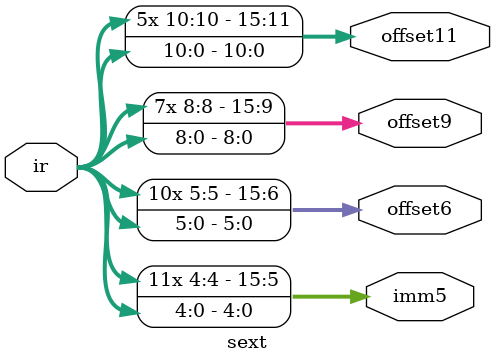
<source format=v>
module sext( // sign extension
    input  [15:0] ir,
    output [15:0] imm5,
    output [15:0] offset6,
    output [15:0] offset9,
    output [15:0] offset11
);
    assign offset11  = { {  5{ir[10] } }, ir[10:0] };
    assign offset9   = { {  7{ir[ 8] } }, ir[ 8:0] };
    assign offset6   = { { 10{ir[ 5] } }, ir[ 5:0] };
    assign imm5      = { { 11{ir[ 4] } }, ir[ 4:0] };
endmodule

</source>
